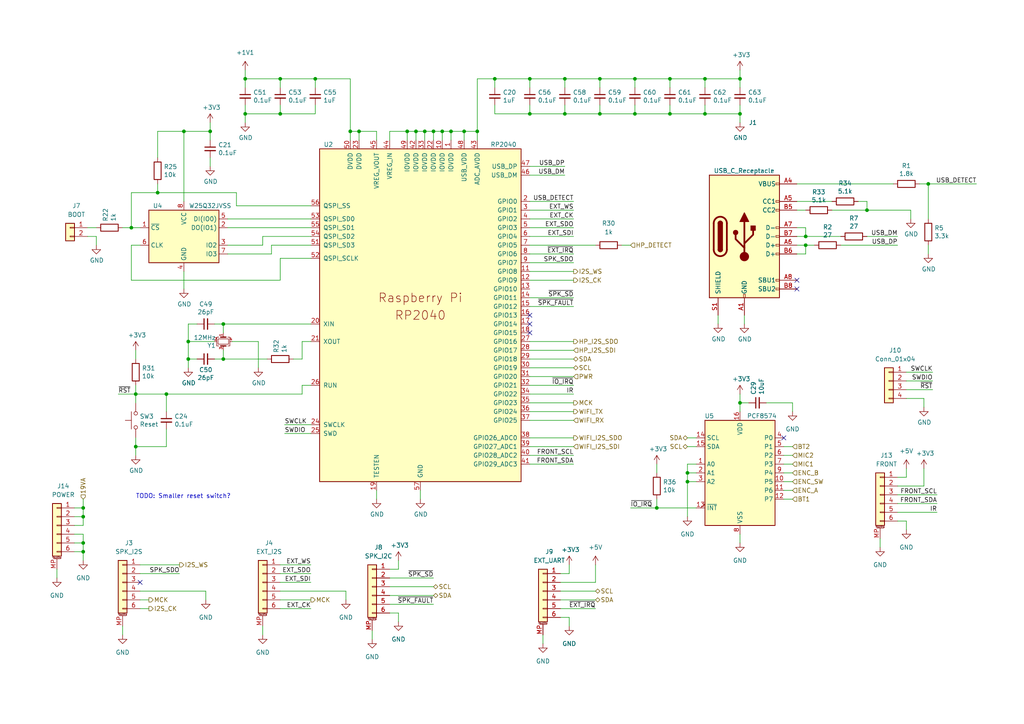
<source format=kicad_sch>
(kicad_sch (version 20210621) (generator eeschema)
  (paper "A4")
  (lib_symbols
    (symbol "Connector:USB_C_Receptacle_USB2.0" (pin_names (offset 1.016))
      (property "Reference" "J" (at -10.16 19.05 0))
      (property "Value" "USB_C_Receptacle_USB2.0" (at 19.05 19.05 0))
      (symbol "USB_C_Receptacle_USB2.0_1_1"
        (pin passive line (at 0 -22.86 90) (length 5.08) (name "GND") (number "A1"))
        (pin passive line (at 0 -22.86 90) (length 5.08) hide (name "GND") (number "A12"))
        (pin passive line (at 15.24 15.24 180) (length 5.08) (name "VBUS") (number "A4"))
        (pin bidirectional line (at 15.24 10.16 180) (length 5.08) (name "CC1") (number "A5"))
        (pin bidirectional line (at 15.24 -2.54 180) (length 5.08) (name "D+") (number "A6"))
        (pin bidirectional line (at 15.24 2.54 180) (length 5.08) (name "D-") (number "A7"))
        (pin bidirectional line (at 15.24 -12.7 180) (length 5.08) (name "SBU1") (number "A8"))
        (pin passive line (at 15.24 15.24 180) (length 5.08) hide (name "VBUS") (number "A9"))
        (pin passive line (at 0 -22.86 90) (length 5.08) hide (name "GND") (number "B1"))
        (pin passive line (at 0 -22.86 90) (length 5.08) hide (name "GND") (number "B12"))
        (pin passive line (at 15.24 15.24 180) (length 5.08) hide (name "VBUS") (number "B4"))
        (pin bidirectional line (at 15.24 7.62 180) (length 5.08) (name "CC2") (number "B5"))
        (pin bidirectional line (at 15.24 -5.08 180) (length 5.08) (name "D+") (number "B6"))
        (pin bidirectional line (at 15.24 0 180) (length 5.08) (name "D-") (number "B7"))
        (pin bidirectional line (at 15.24 -15.24 180) (length 5.08) (name "SBU2") (number "B8"))
        (pin passive line (at 15.24 15.24 180) (length 5.08) hide (name "VBUS") (number "B9"))
        (pin passive line (at -7.62 -22.86 90) (length 5.08) (name "SHIELD") (number "S1"))
      )
    )
    (symbol "Connector_Generic:Conn_01x02" (pin_names (offset 1.016) hide)
      (property "Reference" "J" (at 0 2.54 0))
      (property "Value" "Conn_01x02" (at 0 -5.08 0))
      (symbol "Conn_01x02_1_1"
        (pin passive line (at -5.08 0 0) (length 3.81) (name "Pin_1") (number "1"))
        (pin passive line (at -5.08 -2.54 0) (length 3.81) (name "Pin_2") (number "2"))
      )
    )
    (symbol "Connector_Generic:Conn_01x04" (pin_names (offset 1.016) hide)
      (property "Reference" "J" (at 0 5.08 0))
      (property "Value" "Conn_01x04" (at 0 -7.62 0))
      (symbol "Conn_01x04_1_1"
        (pin passive line (at -5.08 2.54 0) (length 3.81) (name "Pin_1") (number "1"))
        (pin passive line (at -5.08 0 0) (length 3.81) (name "Pin_2") (number "2"))
        (pin passive line (at -5.08 -2.54 0) (length 3.81) (name "Pin_3") (number "3"))
        (pin passive line (at -5.08 -5.08 0) (length 3.81) (name "Pin_4") (number "4"))
      )
    )
    (symbol "Connector_Generic_MountingPin:Conn_01x06_MountingPin" (pin_names (offset 1.016) hide)
      (property "Reference" "J" (at 0 7.62 0))
      (property "Value" "Conn_01x06_MountingPin" (at 1.27 -10.16 0))
      (symbol "Conn_01x06_MountingPin_1_1"
        (text "Mounting" (at 0 -9.271 0) (effects (font (size 0.381 0.381))))
        (pin passive line (at -5.08 5.08 0) (length 3.81) (name "Pin_1") (number "1"))
        (pin passive line (at -5.08 2.54 0) (length 3.81) (name "Pin_2") (number "2"))
        (pin passive line (at -5.08 0 0) (length 3.81) (name "Pin_3") (number "3"))
        (pin passive line (at -5.08 -2.54 0) (length 3.81) (name "Pin_4") (number "4"))
        (pin passive line (at -5.08 -5.08 0) (length 3.81) (name "Pin_5") (number "5"))
        (pin passive line (at -5.08 -7.62 0) (length 3.81) (name "Pin_6") (number "6"))
        (pin passive line (at 0 -12.7 90) (length 3.048) (name "MountPin") (number "MP"))
      )
    )
    (symbol "Device:C_Small" (pin_numbers hide) (pin_names (offset 0.254) hide)
      (property "Reference" "C" (at 0.254 1.778 0))
      (property "Value" "C_Small" (at 0.254 -2.032 0))
      (symbol "C_Small_1_1"
        (pin passive line (at 0 2.54 270) (length 2.032) (name "~") (number "1"))
        (pin passive line (at 0 -2.54 90) (length 2.032) (name "~") (number "2"))
      )
    )
    (symbol "Device:Crystal_GND24_Small" (pin_names (offset 1.016) hide)
      (property "Reference" "Y" (at 1.27 4.445 0))
      (property "Value" "Crystal_GND24_Small" (at 1.27 2.54 0))
      (symbol "Crystal_GND24_Small_1_1"
        (pin passive line (at -2.54 0 0) (length 1.27) (name "1") (number "1"))
        (pin passive line (at 0 -2.54 90) (length 0.635) (name "2") (number "2"))
        (pin passive line (at 2.54 0 180) (length 1.27) (name "3") (number "3"))
        (pin passive line (at 0 2.54 270) (length 0.635) (name "4") (number "4"))
      )
    )
    (symbol "Device:R" (pin_numbers hide) (pin_names (offset 0))
      (property "Reference" "R" (at 2.032 0 90))
      (property "Value" "R" (at 0 0 90))
      (symbol "R_1_1"
        (pin passive line (at 0 3.81 270) (length 1.27) (name "~") (number "1"))
        (pin passive line (at 0 -3.81 90) (length 1.27) (name "~") (number "2"))
      )
    )
    (symbol "Interface_Expansion:PCF8574"
      (property "Reference" "U" (at -8.89 16.51 0))
      (property "Value" "PCF8574" (at 2.54 16.51 0))
      (symbol "PCF8574_1_1"
        (pin input line (at -12.7 2.54 0) (length 2.54) (name "A0") (number "1"))
        (pin bidirectional line (at 12.7 -2.54 180) (length 2.54) (name "P5") (number "10"))
        (pin bidirectional line (at 12.7 -5.08 180) (length 2.54) (name "P6") (number "11"))
        (pin bidirectional line (at 12.7 -7.62 180) (length 2.54) (name "P7") (number "12"))
        (pin open_collector output_low (at -12.7 -10.16 0) (length 2.54) (name "~{INT}") (number "13"))
        (pin input line (at -12.7 10.16 0) (length 2.54) (name "SCL") (number "14"))
        (pin bidirectional line (at -12.7 7.62 0) (length 2.54) (name "SDA") (number "15"))
        (pin power_in line (at 0 17.78 270) (length 2.54) (name "VDD") (number "16"))
        (pin input line (at -12.7 0 0) (length 2.54) (name "A1") (number "2"))
        (pin input line (at -12.7 -2.54 0) (length 2.54) (name "A2") (number "3"))
        (pin bidirectional line (at 12.7 10.16 180) (length 2.54) (name "P0") (number "4"))
        (pin bidirectional line (at 12.7 7.62 180) (length 2.54) (name "P1") (number "5"))
        (pin bidirectional line (at 12.7 5.08 180) (length 2.54) (name "P2") (number "6"))
        (pin bidirectional line (at 12.7 2.54 180) (length 2.54) (name "P3") (number "7"))
        (pin power_in line (at 0 -17.78 90) (length 2.54) (name "VSS") (number "8"))
        (pin bidirectional line (at 12.7 0 180) (length 2.54) (name "P4") (number "9"))
      )
    )
    (symbol "MCU_RaspberryPi_and_Boards:RP2040" (pin_names (offset 1.016))
      (property "Reference" "U" (at -29.21 49.53 0))
      (property "Value" "RP2040" (at 24.13 -49.53 0))
      (symbol "RP2040_0_0"
        (text "Raspberry Pi" (at 0 5.08 0) (effects (font (size 2.54 2.54))))
        (text "RP2040" (at 0 0 0) (effects (font (size 2.54 2.54))))
      )
      (symbol "RP2040_1_1"
        (pin power_in line (at 8.89 50.8 270) (length 2.54) (name "IOVDD") (number "1"))
        (pin power_in line (at 6.35 50.8 270) (length 2.54) (name "IOVDD") (number "10"))
        (pin bidirectional line (at 31.75 12.7 180) (length 2.54) (name "GPIO8") (number "11"))
        (pin bidirectional line (at 31.75 10.16 180) (length 2.54) (name "GPIO9") (number "12"))
        (pin bidirectional line (at 31.75 7.62 180) (length 2.54) (name "GPIO10") (number "13"))
        (pin bidirectional line (at 31.75 5.08 180) (length 2.54) (name "GPIO11") (number "14"))
        (pin bidirectional line (at 31.75 2.54 180) (length 2.54) (name "GPIO12") (number "15"))
        (pin bidirectional line (at 31.75 0 180) (length 2.54) (name "GPIO13") (number "16"))
        (pin bidirectional line (at 31.75 -2.54 180) (length 2.54) (name "GPIO14") (number "17"))
        (pin bidirectional line (at 31.75 -5.08 180) (length 2.54) (name "GPIO15") (number "18"))
        (pin passive line (at -12.7 -50.8 90) (length 2.54) (name "TESTEN") (number "19"))
        (pin bidirectional line (at 31.75 33.02 180) (length 2.54) (name "GPIO0") (number "2"))
        (pin input line (at -31.75 -2.54 0) (length 2.54) (name "XIN") (number "20"))
        (pin passive line (at -31.75 -7.62 0) (length 2.54) (name "XOUT") (number "21"))
        (pin power_in line (at 3.81 50.8 270) (length 2.54) (name "IOVDD") (number "22"))
        (pin power_in line (at -17.78 50.8 270) (length 2.54) (name "DVDD") (number "23"))
        (pin output line (at -31.75 -31.75 0) (length 2.54) (name "SWCLK") (number "24"))
        (pin bidirectional line (at -31.75 -34.29 0) (length 2.54) (name "SWD") (number "25"))
        (pin input line (at -31.75 -20.32 0) (length 2.54) (name "RUN") (number "26"))
        (pin bidirectional line (at 31.75 -7.62 180) (length 2.54) (name "GPIO16") (number "27"))
        (pin bidirectional line (at 31.75 -10.16 180) (length 2.54) (name "GPIO17") (number "28"))
        (pin bidirectional line (at 31.75 -12.7 180) (length 2.54) (name "GPIO18") (number "29"))
        (pin bidirectional line (at 31.75 30.48 180) (length 2.54) (name "GPIO1") (number "3"))
        (pin bidirectional line (at 31.75 -15.24 180) (length 2.54) (name "GPIO19") (number "30"))
        (pin bidirectional line (at 31.75 -17.78 180) (length 2.54) (name "GPIO20") (number "31"))
        (pin bidirectional line (at 31.75 -20.32 180) (length 2.54) (name "GPIO21") (number "32"))
        (pin power_in line (at 1.27 50.8 270) (length 2.54) (name "IOVDD") (number "33"))
        (pin bidirectional line (at 31.75 -22.86 180) (length 2.54) (name "GPIO22") (number "34"))
        (pin bidirectional line (at 31.75 -25.4 180) (length 2.54) (name "GPIO23") (number "35"))
        (pin bidirectional line (at 31.75 -27.94 180) (length 2.54) (name "GPIO24") (number "36"))
        (pin bidirectional line (at 31.75 -30.48 180) (length 2.54) (name "GPIO25") (number "37"))
        (pin bidirectional line (at 31.75 -35.56 180) (length 2.54) (name "GPIO26_ADC0") (number "38"))
        (pin bidirectional line (at 31.75 -38.1 180) (length 2.54) (name "GPIO27_ADC1") (number "39"))
        (pin bidirectional line (at 31.75 27.94 180) (length 2.54) (name "GPIO2") (number "4"))
        (pin bidirectional line (at 31.75 -40.64 180) (length 2.54) (name "GPIO28_ADC2") (number "40"))
        (pin bidirectional line (at 31.75 -43.18 180) (length 2.54) (name "GPIO29_ADC3") (number "41"))
        (pin power_in line (at -1.27 50.8 270) (length 2.54) (name "IOVDD") (number "42"))
        (pin power_in line (at 16.51 50.8 270) (length 2.54) (name "ADC_AVDD") (number "43"))
        (pin power_in line (at -8.89 50.8 270) (length 2.54) (name "VREG_IN") (number "44"))
        (pin power_out line (at -12.7 50.8 270) (length 2.54) (name "VREG_VOUT") (number "45"))
        (pin bidirectional line (at 31.75 40.64 180) (length 2.54) (name "USB_DM") (number "46"))
        (pin bidirectional line (at 31.75 43.18 180) (length 2.54) (name "USB_DP") (number "47"))
        (pin power_in line (at 12.7 50.8 270) (length 2.54) (name "USB_VDD") (number "48"))
        (pin power_in line (at -3.81 50.8 270) (length 2.54) (name "IOVDD") (number "49"))
        (pin bidirectional line (at 31.75 25.4 180) (length 2.54) (name "GPIO3") (number "5"))
        (pin power_in line (at -20.32 50.8 270) (length 2.54) (name "DVDD") (number "50"))
        (pin bidirectional line (at -31.75 20.32 0) (length 2.54) (name "QSPI_SD3") (number "51"))
        (pin output line (at -31.75 16.51 0) (length 2.54) (name "QSPI_SCLK") (number "52"))
        (pin bidirectional line (at -31.75 27.94 0) (length 2.54) (name "QSPI_SD0") (number "53"))
        (pin bidirectional line (at -31.75 22.86 0) (length 2.54) (name "QSPI_SD2") (number "54"))
        (pin bidirectional line (at -31.75 25.4 0) (length 2.54) (name "QSPI_SD1") (number "55"))
        (pin bidirectional line (at -31.75 31.75 0) (length 2.54) (name "QSPI_SS") (number "56"))
        (pin power_in line (at 0 -50.8 90) (length 2.54) (name "GND") (number "57"))
        (pin bidirectional line (at 31.75 22.86 180) (length 2.54) (name "GPIO4") (number "6"))
        (pin bidirectional line (at 31.75 20.32 180) (length 2.54) (name "GPIO5") (number "7"))
        (pin bidirectional line (at 31.75 17.78 180) (length 2.54) (name "GPIO6") (number "8"))
        (pin bidirectional line (at 31.75 15.24 180) (length 2.54) (name "GPIO7") (number "9"))
      )
    )
    (symbol "Memory_Flash:W25Q32JVSS"
      (property "Reference" "U" (at -8.89 8.89 0))
      (property "Value" "W25Q32JVSS" (at 7.62 8.89 0))
      (symbol "W25Q32JVSS_1_1"
        (pin input line (at -12.7 2.54 0) (length 2.54) (name "~{CS}") (number "1"))
        (pin bidirectional line (at 12.7 2.54 180) (length 2.54) (name "DO(IO1)") (number "2"))
        (pin bidirectional line (at 12.7 -2.54 180) (length 2.54) (name "IO2") (number "3"))
        (pin power_in line (at 0 -10.16 90) (length 2.54) (name "GND") (number "4"))
        (pin bidirectional line (at 12.7 5.08 180) (length 2.54) (name "DI(IO0)") (number "5"))
        (pin input line (at -12.7 -2.54 0) (length 2.54) (name "CLK") (number "6"))
        (pin bidirectional line (at 12.7 -5.08 180) (length 2.54) (name "IO3") (number "7"))
        (pin power_in line (at 0 10.16 270) (length 2.54) (name "VCC") (number "8"))
      )
    )
    (symbol "Switch:SW_Push" (pin_numbers hide) (pin_names (offset 1.016) hide)
      (property "Reference" "SW" (at 1.27 2.54 0))
      (property "Value" "SW_Push" (at 0 -1.524 0))
      (symbol "SW_Push_0_1"
        (pin passive line (at -5.08 0 0) (length 2.54) (name "1") (number "1"))
        (pin passive line (at 5.08 0 180) (length 2.54) (name "2") (number "2"))
      )
    )
    (symbol "power:+1V1" (power) (pin_names (offset 0))
      (property "Value" "+1V1" (at 0 3.556 0))
      (symbol "+1V1_1_1"
        (pin power_in line (at 0 0 90) (length 0) hide (name "+1V1") (number "1"))
      )
    )
    (symbol "power:+3.3V" (power) (pin_names (offset 0))
      (property "Value" "+3.3V" (at 0 3.556 0))
      (symbol "+3.3V_1_1"
        (pin power_in line (at 0 0 90) (length 0) hide (name "+3V3") (number "1"))
      )
    )
    (symbol "power:+5V" (power) (pin_names (offset 0))
      (property "Value" "+5V" (at 0 3.556 0))
      (symbol "+5V_1_1"
        (pin power_in line (at 0 0 90) (length 0) hide (name "+5V") (number "1"))
      )
    )
    (symbol "power:GND" (power) (pin_names (offset 0))
      (property "Value" "GND" (at 0 -3.81 0))
      (symbol "GND_1_1"
        (pin power_in line (at 0 0 270) (length 0) hide (name "GND") (number "1"))
      )
    )
  )
  (junction (at 24.13 147.32))
  (junction (at 24.13 149.86))
  (junction (at 24.13 157.48))
  (junction (at 24.13 160.02))
  (junction (at 38.1 66.04))
  (junction (at 39.37 114.3) (diameter 0.9144))
  (junction (at 39.37 129.54) (diameter 0.9144))
  (junction (at 45.72 55.88))
  (junction (at 48.26 114.3))
  (junction (at 53.34 38.1))
  (junction (at 54.61 99.06))
  (junction (at 54.61 104.14))
  (junction (at 60.96 38.1))
  (junction (at 64.77 93.98) (diameter 0.9144))
  (junction (at 64.77 104.14))
  (junction (at 71.12 22.86))
  (junction (at 71.12 33.02))
  (junction (at 81.28 22.86) (diameter 0.9144))
  (junction (at 81.28 33.02) (diameter 0.9144))
  (junction (at 91.44 22.86))
  (junction (at 101.6 38.1))
  (junction (at 104.14 38.1))
  (junction (at 118.11 38.1))
  (junction (at 120.65 38.1))
  (junction (at 123.19 38.1))
  (junction (at 125.73 38.1))
  (junction (at 128.27 38.1))
  (junction (at 130.81 38.1))
  (junction (at 134.62 38.1))
  (junction (at 138.43 38.1))
  (junction (at 143.51 22.86))
  (junction (at 153.67 22.86) (diameter 0.9144))
  (junction (at 153.67 33.02))
  (junction (at 163.83 22.86) (diameter 0.9144))
  (junction (at 163.83 33.02) (diameter 0.9144))
  (junction (at 173.99 22.86) (diameter 0.9144))
  (junction (at 173.99 33.02) (diameter 0.9144))
  (junction (at 184.15 22.86) (diameter 0.9144))
  (junction (at 184.15 33.02) (diameter 0.9144))
  (junction (at 190.5 147.32))
  (junction (at 194.31 22.86) (diameter 0.9144))
  (junction (at 194.31 33.02) (diameter 0.9144))
  (junction (at 199.39 137.16))
  (junction (at 199.39 139.7))
  (junction (at 204.47 22.86) (diameter 0.9144))
  (junction (at 204.47 33.02) (diameter 0.9144))
  (junction (at 214.63 22.86))
  (junction (at 214.63 33.02) (diameter 0.9144))
  (junction (at 214.63 116.84))
  (junction (at 233.68 68.58))
  (junction (at 233.68 71.12))
  (junction (at 251.46 60.96))
  (junction (at 269.24 53.34))
  (no_connect (at 40.64 168.91))
  (no_connect (at 153.67 91.44))
  (no_connect (at 153.67 93.98))
  (no_connect (at 153.67 96.52))
  (no_connect (at 227.33 127))
  (no_connect (at 231.14 81.28))
  (no_connect (at 231.14 83.82))
  (wire (pts (xy 16.51 165.1) (xy 16.51 167.64)))
  (wire (pts (xy 21.59 147.32) (xy 24.13 147.32)))
  (wire (pts (xy 21.59 149.86) (xy 24.13 149.86)))
  (wire (pts (xy 21.59 152.4) (xy 24.13 152.4)))
  (wire (pts (xy 21.59 154.94) (xy 24.13 154.94)))
  (wire (pts (xy 21.59 157.48) (xy 24.13 157.48)))
  (wire (pts (xy 24.13 144.78) (xy 24.13 147.32)))
  (wire (pts (xy 24.13 147.32) (xy 24.13 149.86)))
  (wire (pts (xy 24.13 149.86) (xy 24.13 152.4)))
  (wire (pts (xy 24.13 154.94) (xy 24.13 157.48)))
  (wire (pts (xy 24.13 157.48) (xy 24.13 160.02)))
  (wire (pts (xy 24.13 160.02) (xy 21.59 160.02)))
  (wire (pts (xy 24.13 162.56) (xy 24.13 160.02)))
  (wire (pts (xy 25.4 66.04) (xy 27.94 66.04)))
  (wire (pts (xy 27.94 68.58) (xy 25.4 68.58)))
  (wire (pts (xy 27.94 71.12) (xy 27.94 68.58)))
  (wire (pts (xy 34.29 114.3) (xy 39.37 114.3)))
  (wire (pts (xy 35.56 66.04) (xy 38.1 66.04)))
  (wire (pts (xy 35.56 181.61) (xy 35.56 184.15)))
  (wire (pts (xy 38.1 55.88) (xy 38.1 66.04)))
  (wire (pts (xy 38.1 66.04) (xy 40.64 66.04)))
  (wire (pts (xy 38.1 71.12) (xy 40.64 71.12)))
  (wire (pts (xy 38.1 81.28) (xy 38.1 71.12)))
  (wire (pts (xy 39.37 101.6) (xy 39.37 104.14)))
  (wire (pts (xy 39.37 111.76) (xy 39.37 114.3)))
  (wire (pts (xy 39.37 114.3) (xy 39.37 116.84)))
  (wire (pts (xy 39.37 127) (xy 39.37 129.54)))
  (wire (pts (xy 39.37 129.54) (xy 48.26 129.54)))
  (wire (pts (xy 39.37 132.08) (xy 39.37 129.54)))
  (wire (pts (xy 40.64 163.83) (xy 52.07 163.83)))
  (wire (pts (xy 40.64 166.37) (xy 52.07 166.37)))
  (wire (pts (xy 40.64 171.45) (xy 59.69 171.45)))
  (wire (pts (xy 40.64 173.99) (xy 43.18 173.99)))
  (wire (pts (xy 40.64 176.53) (xy 43.18 176.53)))
  (wire (pts (xy 45.72 38.1) (xy 53.34 38.1)))
  (wire (pts (xy 45.72 45.72) (xy 45.72 38.1)))
  (wire (pts (xy 45.72 53.34) (xy 45.72 55.88)))
  (wire (pts (xy 45.72 55.88) (xy 38.1 55.88)))
  (wire (pts (xy 48.26 114.3) (xy 39.37 114.3)))
  (wire (pts (xy 48.26 114.3) (xy 87.63 114.3)))
  (wire (pts (xy 48.26 119.38) (xy 48.26 114.3)))
  (wire (pts (xy 48.26 129.54) (xy 48.26 124.46)))
  (wire (pts (xy 53.34 38.1) (xy 60.96 38.1)))
  (wire (pts (xy 53.34 58.42) (xy 53.34 38.1)))
  (wire (pts (xy 53.34 78.74) (xy 53.34 83.82)))
  (wire (pts (xy 54.61 93.98) (xy 54.61 99.06)))
  (wire (pts (xy 54.61 93.98) (xy 57.15 93.98)))
  (wire (pts (xy 54.61 99.06) (xy 54.61 104.14)))
  (wire (pts (xy 54.61 99.06) (xy 62.23 99.06)))
  (wire (pts (xy 54.61 104.14) (xy 54.61 106.68)))
  (wire (pts (xy 54.61 104.14) (xy 57.15 104.14)))
  (wire (pts (xy 59.69 173.99) (xy 59.69 171.45)))
  (wire (pts (xy 60.96 35.56) (xy 60.96 38.1)))
  (wire (pts (xy 60.96 38.1) (xy 60.96 40.64)))
  (wire (pts (xy 60.96 45.72) (xy 60.96 48.26)))
  (wire (pts (xy 62.23 93.98) (xy 64.77 93.98)))
  (wire (pts (xy 62.23 104.14) (xy 64.77 104.14)))
  (wire (pts (xy 64.77 93.98) (xy 64.77 96.52)))
  (wire (pts (xy 64.77 93.98) (xy 90.17 93.98)))
  (wire (pts (xy 64.77 101.6) (xy 64.77 104.14)))
  (wire (pts (xy 64.77 104.14) (xy 77.47 104.14)))
  (wire (pts (xy 66.04 63.5) (xy 90.17 63.5)))
  (wire (pts (xy 66.04 66.04) (xy 90.17 66.04)))
  (wire (pts (xy 66.04 73.66) (xy 78.74 73.66)))
  (wire (pts (xy 68.58 55.88) (xy 45.72 55.88)))
  (wire (pts (xy 68.58 59.69) (xy 68.58 55.88)))
  (wire (pts (xy 71.12 20.32) (xy 71.12 22.86)))
  (wire (pts (xy 71.12 22.86) (xy 71.12 25.4)))
  (wire (pts (xy 71.12 22.86) (xy 81.28 22.86)))
  (wire (pts (xy 71.12 30.48) (xy 71.12 33.02)))
  (wire (pts (xy 71.12 33.02) (xy 71.12 35.56)))
  (wire (pts (xy 74.93 99.06) (xy 67.31 99.06)))
  (wire (pts (xy 74.93 106.68) (xy 74.93 99.06)))
  (wire (pts (xy 76.2 68.58) (xy 76.2 71.12)))
  (wire (pts (xy 76.2 71.12) (xy 66.04 71.12)))
  (wire (pts (xy 76.2 181.61) (xy 76.2 184.15)))
  (wire (pts (xy 78.74 71.12) (xy 90.17 71.12)))
  (wire (pts (xy 78.74 73.66) (xy 78.74 71.12)))
  (wire (pts (xy 81.28 22.86) (xy 81.28 25.4)))
  (wire (pts (xy 81.28 22.86) (xy 91.44 22.86)))
  (wire (pts (xy 81.28 30.48) (xy 81.28 33.02)))
  (wire (pts (xy 81.28 33.02) (xy 71.12 33.02)))
  (wire (pts (xy 81.28 74.93) (xy 81.28 81.28)))
  (wire (pts (xy 81.28 81.28) (xy 38.1 81.28)))
  (wire (pts (xy 81.28 163.83) (xy 90.17 163.83)))
  (wire (pts (xy 81.28 166.37) (xy 90.17 166.37)))
  (wire (pts (xy 81.28 168.91) (xy 90.17 168.91)))
  (wire (pts (xy 81.28 171.45) (xy 100.33 171.45)))
  (wire (pts (xy 81.28 173.99) (xy 90.17 173.99)))
  (wire (pts (xy 81.28 176.53) (xy 90.17 176.53)))
  (wire (pts (xy 87.63 99.06) (xy 87.63 104.14)))
  (wire (pts (xy 87.63 104.14) (xy 85.09 104.14)))
  (wire (pts (xy 87.63 111.76) (xy 90.17 111.76)))
  (wire (pts (xy 87.63 114.3) (xy 87.63 111.76)))
  (wire (pts (xy 90.17 59.69) (xy 68.58 59.69)))
  (wire (pts (xy 90.17 68.58) (xy 76.2 68.58)))
  (wire (pts (xy 90.17 74.93) (xy 81.28 74.93)))
  (wire (pts (xy 90.17 99.06) (xy 87.63 99.06)))
  (wire (pts (xy 90.17 123.19) (xy 82.55 123.19)))
  (wire (pts (xy 90.17 125.73) (xy 82.55 125.73)))
  (wire (pts (xy 91.44 22.86) (xy 91.44 25.4)))
  (wire (pts (xy 91.44 30.48) (xy 91.44 33.02)))
  (wire (pts (xy 91.44 33.02) (xy 81.28 33.02)))
  (wire (pts (xy 100.33 173.99) (xy 100.33 171.45)))
  (wire (pts (xy 101.6 22.86) (xy 91.44 22.86)))
  (wire (pts (xy 101.6 38.1) (xy 101.6 22.86)))
  (wire (pts (xy 101.6 38.1) (xy 101.6 40.64)))
  (wire (pts (xy 104.14 38.1) (xy 101.6 38.1)))
  (wire (pts (xy 104.14 38.1) (xy 104.14 40.64)))
  (wire (pts (xy 107.95 182.88) (xy 107.95 185.42)))
  (wire (pts (xy 109.22 38.1) (xy 104.14 38.1)))
  (wire (pts (xy 109.22 40.64) (xy 109.22 38.1)))
  (wire (pts (xy 109.22 144.78) (xy 109.22 142.24)))
  (wire (pts (xy 113.03 38.1) (xy 118.11 38.1)))
  (wire (pts (xy 113.03 40.64) (xy 113.03 38.1)))
  (wire (pts (xy 113.03 165.1) (xy 115.57 165.1)))
  (wire (pts (xy 113.03 167.64) (xy 125.73 167.64)))
  (wire (pts (xy 113.03 170.18) (xy 125.73 170.18)))
  (wire (pts (xy 113.03 172.72) (xy 125.73 172.72)))
  (wire (pts (xy 113.03 175.26) (xy 125.73 175.26)))
  (wire (pts (xy 113.03 177.8) (xy 115.57 177.8)))
  (wire (pts (xy 115.57 165.1) (xy 115.57 162.56)))
  (wire (pts (xy 115.57 177.8) (xy 115.57 180.34)))
  (wire (pts (xy 118.11 38.1) (xy 118.11 40.64)))
  (wire (pts (xy 118.11 38.1) (xy 120.65 38.1)))
  (wire (pts (xy 120.65 38.1) (xy 120.65 40.64)))
  (wire (pts (xy 120.65 38.1) (xy 123.19 38.1)))
  (wire (pts (xy 121.92 142.24) (xy 121.92 144.78)))
  (wire (pts (xy 123.19 38.1) (xy 123.19 40.64)))
  (wire (pts (xy 123.19 38.1) (xy 125.73 38.1)))
  (wire (pts (xy 125.73 38.1) (xy 125.73 40.64)))
  (wire (pts (xy 125.73 38.1) (xy 128.27 38.1)))
  (wire (pts (xy 128.27 38.1) (xy 128.27 40.64)))
  (wire (pts (xy 128.27 38.1) (xy 130.81 38.1)))
  (wire (pts (xy 130.81 38.1) (xy 130.81 40.64)))
  (wire (pts (xy 130.81 38.1) (xy 134.62 38.1)))
  (wire (pts (xy 134.62 38.1) (xy 134.62 40.64)))
  (wire (pts (xy 134.62 38.1) (xy 138.43 38.1)))
  (wire (pts (xy 138.43 22.86) (xy 143.51 22.86)))
  (wire (pts (xy 138.43 38.1) (xy 138.43 22.86)))
  (wire (pts (xy 138.43 40.64) (xy 138.43 38.1)))
  (wire (pts (xy 143.51 22.86) (xy 143.51 25.4)))
  (wire (pts (xy 143.51 22.86) (xy 153.67 22.86)))
  (wire (pts (xy 143.51 30.48) (xy 143.51 33.02)))
  (wire (pts (xy 143.51 33.02) (xy 153.67 33.02)))
  (wire (pts (xy 153.67 22.86) (xy 153.67 25.4)))
  (wire (pts (xy 153.67 22.86) (xy 163.83 22.86)))
  (wire (pts (xy 153.67 30.48) (xy 153.67 33.02)))
  (wire (pts (xy 153.67 48.26) (xy 163.83 48.26)))
  (wire (pts (xy 153.67 50.8) (xy 163.83 50.8)))
  (wire (pts (xy 153.67 58.42) (xy 166.37 58.42)))
  (wire (pts (xy 153.67 60.96) (xy 166.37 60.96)))
  (wire (pts (xy 153.67 63.5) (xy 166.37 63.5)))
  (wire (pts (xy 153.67 66.04) (xy 166.37 66.04)))
  (wire (pts (xy 153.67 68.58) (xy 166.37 68.58)))
  (wire (pts (xy 153.67 73.66) (xy 166.37 73.66)))
  (wire (pts (xy 153.67 76.2) (xy 166.37 76.2)))
  (wire (pts (xy 153.67 81.28) (xy 166.37 81.28)))
  (wire (pts (xy 153.67 86.36) (xy 166.37 86.36)))
  (wire (pts (xy 153.67 88.9) (xy 166.37 88.9)))
  (wire (pts (xy 153.67 99.06) (xy 166.37 99.06)))
  (wire (pts (xy 153.67 104.14) (xy 166.37 104.14)))
  (wire (pts (xy 153.67 106.68) (xy 166.37 106.68)))
  (wire (pts (xy 153.67 109.22) (xy 166.37 109.22)))
  (wire (pts (xy 153.67 111.76) (xy 166.37 111.76)))
  (wire (pts (xy 153.67 114.3) (xy 166.37 114.3)))
  (wire (pts (xy 153.67 116.84) (xy 166.37 116.84)))
  (wire (pts (xy 153.67 119.38) (xy 166.37 119.38)))
  (wire (pts (xy 153.67 121.92) (xy 166.37 121.92)))
  (wire (pts (xy 153.67 127) (xy 166.37 127)))
  (wire (pts (xy 153.67 129.54) (xy 166.37 129.54)))
  (wire (pts (xy 153.67 132.08) (xy 166.37 132.08)))
  (wire (pts (xy 153.67 134.62) (xy 166.37 134.62)))
  (wire (pts (xy 157.48 184.15) (xy 157.48 186.69)))
  (wire (pts (xy 162.56 166.37) (xy 165.1 166.37)))
  (wire (pts (xy 162.56 168.91) (xy 172.72 168.91)))
  (wire (pts (xy 162.56 171.45) (xy 172.72 171.45)))
  (wire (pts (xy 162.56 173.99) (xy 172.72 173.99)))
  (wire (pts (xy 162.56 176.53) (xy 172.72 176.53)))
  (wire (pts (xy 162.56 179.07) (xy 165.1 179.07)))
  (wire (pts (xy 163.83 22.86) (xy 163.83 25.4)))
  (wire (pts (xy 163.83 22.86) (xy 173.99 22.86)))
  (wire (pts (xy 163.83 30.48) (xy 163.83 33.02)))
  (wire (pts (xy 163.83 33.02) (xy 153.67 33.02)))
  (wire (pts (xy 165.1 166.37) (xy 165.1 163.83)))
  (wire (pts (xy 165.1 179.07) (xy 165.1 181.61)))
  (wire (pts (xy 166.37 78.74) (xy 153.67 78.74)))
  (wire (pts (xy 166.37 101.6) (xy 153.67 101.6)))
  (wire (pts (xy 172.72 71.12) (xy 153.67 71.12)))
  (wire (pts (xy 172.72 168.91) (xy 172.72 163.83)))
  (wire (pts (xy 173.99 22.86) (xy 173.99 25.4)))
  (wire (pts (xy 173.99 22.86) (xy 184.15 22.86)))
  (wire (pts (xy 173.99 30.48) (xy 173.99 33.02)))
  (wire (pts (xy 173.99 33.02) (xy 163.83 33.02)))
  (wire (pts (xy 182.88 71.12) (xy 180.34 71.12)))
  (wire (pts (xy 182.88 147.32) (xy 190.5 147.32)))
  (wire (pts (xy 184.15 22.86) (xy 184.15 25.4)))
  (wire (pts (xy 184.15 22.86) (xy 194.31 22.86)))
  (wire (pts (xy 184.15 30.48) (xy 184.15 33.02)))
  (wire (pts (xy 184.15 33.02) (xy 173.99 33.02)))
  (wire (pts (xy 190.5 134.62) (xy 190.5 137.16)))
  (wire (pts (xy 190.5 147.32) (xy 190.5 144.78)))
  (wire (pts (xy 194.31 22.86) (xy 194.31 25.4)))
  (wire (pts (xy 194.31 22.86) (xy 204.47 22.86)))
  (wire (pts (xy 194.31 30.48) (xy 194.31 33.02)))
  (wire (pts (xy 194.31 33.02) (xy 184.15 33.02)))
  (wire (pts (xy 199.39 127) (xy 201.93 127)))
  (wire (pts (xy 199.39 129.54) (xy 201.93 129.54)))
  (wire (pts (xy 199.39 134.62) (xy 199.39 137.16)))
  (wire (pts (xy 199.39 137.16) (xy 199.39 139.7)))
  (wire (pts (xy 199.39 139.7) (xy 199.39 149.86)))
  (wire (pts (xy 201.93 134.62) (xy 199.39 134.62)))
  (wire (pts (xy 201.93 137.16) (xy 199.39 137.16)))
  (wire (pts (xy 201.93 139.7) (xy 199.39 139.7)))
  (wire (pts (xy 201.93 147.32) (xy 190.5 147.32)))
  (wire (pts (xy 204.47 22.86) (xy 204.47 25.4)))
  (wire (pts (xy 204.47 22.86) (xy 214.63 22.86)))
  (wire (pts (xy 204.47 30.48) (xy 204.47 33.02)))
  (wire (pts (xy 204.47 33.02) (xy 194.31 33.02)))
  (wire (pts (xy 208.28 91.44) (xy 208.28 93.9393)))
  (wire (pts (xy 214.63 20.32) (xy 214.63 22.86)))
  (wire (pts (xy 214.63 22.86) (xy 214.63 25.4)))
  (wire (pts (xy 214.63 30.48) (xy 214.63 33.02)))
  (wire (pts (xy 214.63 33.02) (xy 204.47 33.02)))
  (wire (pts (xy 214.63 33.02) (xy 214.63 35.56)))
  (wire (pts (xy 214.63 114.3) (xy 214.63 116.84)))
  (wire (pts (xy 214.63 116.84) (xy 214.63 119.38)))
  (wire (pts (xy 214.63 116.84) (xy 217.17 116.84)))
  (wire (pts (xy 214.63 154.94) (xy 214.63 157.48)))
  (wire (pts (xy 215.9 91.44) (xy 215.9 93.98)))
  (wire (pts (xy 227.33 129.54) (xy 229.87 129.54)))
  (wire (pts (xy 227.33 132.08) (xy 229.87 132.08)))
  (wire (pts (xy 227.33 134.62) (xy 229.87 134.62)))
  (wire (pts (xy 227.33 137.16) (xy 229.87 137.16)))
  (wire (pts (xy 227.33 139.7) (xy 229.87 139.7)))
  (wire (pts (xy 227.33 142.24) (xy 229.87 142.24)))
  (wire (pts (xy 227.33 144.78) (xy 229.87 144.78)))
  (wire (pts (xy 229.87 116.84) (xy 222.25 116.84)))
  (wire (pts (xy 229.87 119.38) (xy 229.87 116.84)))
  (wire (pts (xy 231.14 53.34) (xy 259.08 53.34)))
  (wire (pts (xy 231.14 58.42) (xy 241.3 58.42)))
  (wire (pts (xy 231.14 60.96) (xy 233.68 60.96)))
  (wire (pts (xy 231.14 66.04) (xy 233.68 66.04)))
  (wire (pts (xy 231.14 68.58) (xy 233.68 68.58)))
  (wire (pts (xy 231.14 71.12) (xy 233.68 71.12)))
  (wire (pts (xy 231.14 73.66) (xy 233.68 73.66)))
  (wire (pts (xy 233.68 66.04) (xy 233.68 68.58)))
  (wire (pts (xy 233.68 71.12) (xy 236.22 71.12)))
  (wire (pts (xy 233.68 73.66) (xy 233.68 71.12)))
  (wire (pts (xy 241.3 60.96) (xy 251.46 60.96)))
  (wire (pts (xy 243.84 68.58) (xy 233.68 68.58)))
  (wire (pts (xy 243.84 71.12) (xy 260.35 71.12)))
  (wire (pts (xy 248.92 58.42) (xy 251.46 58.42)))
  (wire (pts (xy 251.46 58.42) (xy 251.46 60.96)))
  (wire (pts (xy 251.46 60.96) (xy 264.16 60.96)))
  (wire (pts (xy 251.46 68.58) (xy 260.35 68.58)))
  (wire (pts (xy 255.27 156.21) (xy 255.27 158.75)))
  (wire (pts (xy 260.35 138.43) (xy 262.89 138.43)))
  (wire (pts (xy 260.35 143.51) (xy 271.78 143.51)))
  (wire (pts (xy 260.35 146.05) (xy 271.78 146.05)))
  (wire (pts (xy 260.35 148.59) (xy 271.78 148.59)))
  (wire (pts (xy 260.35 151.13) (xy 262.89 151.13)))
  (wire (pts (xy 262.89 107.95) (xy 270.51 107.95)))
  (wire (pts (xy 262.89 110.49) (xy 270.51 110.49)))
  (wire (pts (xy 262.89 138.43) (xy 262.89 135.89)))
  (wire (pts (xy 262.89 151.13) (xy 262.89 153.67)))
  (wire (pts (xy 264.16 63.5) (xy 264.16 60.96)))
  (wire (pts (xy 266.7 53.34) (xy 269.24 53.34)))
  (wire (pts (xy 267.97 115.57) (xy 262.89 115.57)))
  (wire (pts (xy 267.97 118.11) (xy 267.97 115.57)))
  (wire (pts (xy 267.97 135.89) (xy 267.97 140.97)))
  (wire (pts (xy 267.97 140.97) (xy 260.35 140.97)))
  (wire (pts (xy 269.24 53.34) (xy 283.21 53.34)))
  (wire (pts (xy 269.24 63.5) (xy 269.24 53.34)))
  (wire (pts (xy 269.24 71.12) (xy 269.24 73.66)))
  (wire (pts (xy 270.51 113.03) (xy 262.89 113.03)))
  (text "TODO: Smaller reset switch?" (at 39.37 144.78 0) (effects (font (size 1.27 1.27)) (justify left bottom)))
  (label "~{RST}" (at 34.29 114.3 0))
  (label "SPK_SDO" (at 52.07 166.37 180))
  (label "SWCLK" (at 82.55 123.19 0))
  (label "SWDIO" (at 82.55 125.73 0))
  (label "EXT_WS" (at 90.17 163.83 180))
  (label "EXT_SDO" (at 90.17 166.37 180))
  (label "EXT_SDI" (at 90.17 168.91 180))
  (label "EXT_CK" (at 90.17 176.53 180))
  (label "~{SPK_SD}" (at 125.73 167.64 180))
  (label "~{SPK_FAULT}" (at 125.73 175.26 180))
  (label "USB_DP" (at 163.83 48.26 180))
  (label "USB_DM" (at 163.83 50.8 180))
  (label "USB_DETECT" (at 166.37 58.42 180))
  (label "EXT_WS" (at 166.37 60.96 180))
  (label "EXT_CK" (at 166.37 63.5 180))
  (label "EXT_SDO" (at 166.37 66.04 180))
  (label "EXT_SDI" (at 166.37 68.58 180))
  (label "~{EXT_IRQ}" (at 166.37 73.66 180))
  (label "SPK_SDO" (at 166.37 76.2 180))
  (label "~{SPK_SD}" (at 166.37 86.36 180))
  (label "~{SPK_FAULT}" (at 166.37 88.9 180))
  (label "~{IO_IRQ}" (at 166.37 111.76 180))
  (label "IR" (at 166.37 114.3 180))
  (label "FRONT_SCL" (at 166.37 132.08 180))
  (label "FRONT_SDA" (at 166.37 134.62 180))
  (label "~{EXT_IRQ}" (at 172.72 176.53 180))
  (label "~{IO_IRQ}" (at 182.88 147.32 0))
  (label "USB_DM" (at 260.35 68.58 180))
  (label "USB_DP" (at 260.35 71.12 180))
  (label "SWCLK" (at 270.51 107.95 180))
  (label "SWDIO" (at 270.51 110.49 180))
  (label "~{RST}" (at 270.51 113.03 180))
  (label "FRONT_SCL" (at 271.78 143.51 180))
  (label "FRONT_SDA" (at 271.78 146.05 180))
  (label "IR" (at 271.78 148.59 180))
  (label "USB_DETECT" (at 283.21 53.34 180))
  (hierarchical_label "19VA" (shape input) (at 24.13 144.78 90))
  (hierarchical_label "MCK" (shape output) (at 43.18 173.99 0))
  (hierarchical_label "I2S_CK" (shape output) (at 43.18 176.53 0))
  (hierarchical_label "I2S_WS" (shape output) (at 52.07 163.83 0))
  (hierarchical_label "MCK" (shape output) (at 90.17 173.99 0))
  (hierarchical_label "SCL" (shape bidirectional) (at 125.73 170.18 0))
  (hierarchical_label "SDA" (shape bidirectional) (at 125.73 172.72 0))
  (hierarchical_label "I2S_WS" (shape output) (at 166.37 78.74 0))
  (hierarchical_label "I2S_CK" (shape output) (at 166.37 81.28 0))
  (hierarchical_label "HP_I2S_SDO" (shape output) (at 166.37 99.06 0))
  (hierarchical_label "HP_I2S_SDI" (shape input) (at 166.37 101.6 0))
  (hierarchical_label "SDA" (shape bidirectional) (at 166.37 104.14 0))
  (hierarchical_label "SCL" (shape bidirectional) (at 166.37 106.68 0))
  (hierarchical_label "PWR" (shape input) (at 166.37 109.22 0))
  (hierarchical_label "MCK" (shape output) (at 166.37 116.84 0))
  (hierarchical_label "WIFI_TX" (shape output) (at 166.37 119.38 0))
  (hierarchical_label "WIFI_RX" (shape input) (at 166.37 121.92 0))
  (hierarchical_label "WIFI_I2S_SDO" (shape output) (at 166.37 127 0))
  (hierarchical_label "WIFI_I2S_SDI" (shape input) (at 166.37 129.54 0))
  (hierarchical_label "SCL" (shape bidirectional) (at 172.72 171.45 0))
  (hierarchical_label "SDA" (shape bidirectional) (at 172.72 173.99 0))
  (hierarchical_label "HP_DETECT" (shape input) (at 182.88 71.12 0))
  (hierarchical_label "SDA" (shape bidirectional) (at 199.39 127 180))
  (hierarchical_label "SCL" (shape bidirectional) (at 199.39 129.54 180))
  (hierarchical_label "BT2" (shape input) (at 229.87 129.54 0))
  (hierarchical_label "MIC2" (shape input) (at 229.87 132.08 0))
  (hierarchical_label "MIC1" (shape input) (at 229.87 134.62 0))
  (hierarchical_label "ENC_B" (shape input) (at 229.87 137.16 0))
  (hierarchical_label "ENC_SW" (shape input) (at 229.87 139.7 0))
  (hierarchical_label "ENC_A" (shape input) (at 229.87 142.24 0))
  (hierarchical_label "BT1" (shape input) (at 229.87 144.78 0))
  (symbol (lib_id "power:+3.3V") (at 39.37 101.6 0) (unit 1)
    (property "Reference" "#PWR0170" (effects hide))
    (property "Value" "+3.3V" (at 39.751 97.2058 0))
  )
  (symbol (lib_id "power:+3.3V") (at 60.96 35.56 0) (unit 1)
    (property "Reference" "#PWR0137" (effects hide))
    (property "Value" "+3.3V" (at 61.341 31.1658 0))
  )
  (symbol (lib_id "power:+1V1") (at 71.12 20.32 0) (unit 1)
    (property "Reference" "#PWR0135" (effects hide))
    (property "Value" "+1V1" (at 71.12 15.24 0))
  )
  (symbol (lib_id "power:+3.3V") (at 115.57 162.56 0) (unit 1)
    (property "Reference" "#PWR0187" (effects hide))
    (property "Value" "+3.3V" (at 115.951 158.1658 0))
  )
  (symbol (lib_id "power:+3.3V") (at 165.1 163.83 0) (unit 1)
    (property "Reference" "#PWR0190" (effects hide))
    (property "Value" "+3.3V" (at 165.481 159.4358 0))
  )
  (symbol (lib_id "power:+5V") (at 172.72 163.83 0) (unit 1)
    (property "Reference" "#PWR0191" (effects hide))
    (property "Value" "+5V" (at 172.72 158.75 0))
  )
  (symbol (lib_id "power:+3.3V") (at 190.5 134.62 0) (unit 1)
    (property "Reference" "#PWR0194" (effects hide))
    (property "Value" "+3.3V" (at 190.881 130.2258 0))
  )
  (symbol (lib_id "power:+3.3V") (at 214.63 20.32 0) (unit 1)
    (property "Reference" "#PWR0134" (effects hide))
    (property "Value" "+3.3V" (at 215.011 15.9258 0))
  )
  (symbol (lib_id "power:+3.3V") (at 214.63 114.3 0) (unit 1)
    (property "Reference" "#PWR0193" (effects hide))
    (property "Value" "+3.3V" (at 215.011 109.9058 0))
  )
  (symbol (lib_id "power:+5V") (at 262.89 135.89 0) (unit 1)
    (property "Reference" "#PWR0123" (effects hide))
    (property "Value" "+5V" (at 262.89 130.81 0))
  )
  (symbol (lib_id "power:+3.3V") (at 267.97 135.89 0) (unit 1)
    (property "Reference" "#PWR0133" (effects hide))
    (property "Value" "+3.3V" (at 268.351 131.4958 0))
  )
  (symbol (lib_id "power:GND") (at 16.51 167.64 0) (unit 1)
    (property "Reference" "#PWR0175" (effects hide))
    (property "Value" "GND" (at 16.51 172.72 0))
  )
  (symbol (lib_id "power:GND") (at 24.13 162.56 0) (unit 1)
    (property "Reference" "#PWR0176" (effects hide))
    (property "Value" "GND" (at 24.13 167.64 0))
  )
  (symbol (lib_id "power:GND") (at 27.94 71.12 0) (unit 1)
    (property "Reference" "#PWR0151" (effects hide))
    (property "Value" "GND" (at 28.067 75.5142 0))
  )
  (symbol (lib_id "power:GND") (at 35.56 184.15 0) (unit 1)
    (property "Reference" "#PWR0160" (effects hide))
    (property "Value" "GND" (at 35.56 189.23 0))
  )
  (symbol (lib_id "power:GND") (at 39.37 132.08 0) (unit 1)
    (property "Reference" "#PWR0172" (effects hide))
    (property "Value" "GND" (at 39.497 136.4742 0))
  )
  (symbol (lib_id "power:GND") (at 53.34 83.82 0) (unit 1)
    (property "Reference" "#PWR0139" (effects hide))
    (property "Value" "GND" (at 53.467 88.2142 0))
  )
  (symbol (lib_id "power:GND") (at 54.61 106.68 0) (unit 1)
    (property "Reference" "#PWR0165" (effects hide))
    (property "Value" "GND" (at 54.737 111.0742 0))
  )
  (symbol (lib_id "power:GND") (at 59.69 173.99 0) (unit 1)
    (property "Reference" "#PWR0186" (effects hide))
    (property "Value" "GND" (at 59.69 179.07 0))
  )
  (symbol (lib_id "power:GND") (at 60.96 48.26 0) (unit 1)
    (property "Reference" "#PWR0138" (effects hide))
    (property "Value" "GND" (at 61.087 52.6542 0))
  )
  (symbol (lib_id "power:GND") (at 71.12 35.56 0) (unit 1)
    (property "Reference" "#PWR0136" (effects hide))
    (property "Value" "GND" (at 71.247 39.9542 0))
  )
  (symbol (lib_id "power:GND") (at 74.93 106.68 0) (unit 1)
    (property "Reference" "#PWR0164" (effects hide))
    (property "Value" "GND" (at 75.057 111.0742 0))
  )
  (symbol (lib_id "power:GND") (at 76.2 184.15 0) (unit 1)
    (property "Reference" "#PWR0159" (effects hide))
    (property "Value" "GND" (at 76.2 189.23 0))
  )
  (symbol (lib_id "power:GND") (at 100.33 173.99 0) (unit 1)
    (property "Reference" "#PWR0185" (effects hide))
    (property "Value" "GND" (at 100.33 179.07 0))
  )
  (symbol (lib_id "power:GND") (at 107.95 185.42 0) (unit 1)
    (property "Reference" "#PWR0166" (effects hide))
    (property "Value" "GND" (at 107.95 190.5 0))
  )
  (symbol (lib_id "power:GND") (at 109.22 144.78 0) (unit 1)
    (property "Reference" "#PWR0101" (effects hide))
    (property "Value" "GND" (at 109.347 149.1742 0))
  )
  (symbol (lib_id "power:GND") (at 115.57 180.34 0) (unit 1)
    (property "Reference" "#PWR0188" (effects hide))
    (property "Value" "GND" (at 115.57 185.42 0))
  )
  (symbol (lib_id "power:GND") (at 121.92 144.78 0) (unit 1)
    (property "Reference" "#PWR0155" (effects hide))
    (property "Value" "GND" (at 122.047 149.1742 0))
  )
  (symbol (lib_id "power:GND") (at 157.48 186.69 0) (unit 1)
    (property "Reference" "#PWR0163" (effects hide))
    (property "Value" "GND" (at 157.48 191.77 0))
  )
  (symbol (lib_id "power:GND") (at 165.1 181.61 0) (unit 1)
    (property "Reference" "#PWR0189" (effects hide))
    (property "Value" "GND" (at 165.1 186.69 0))
  )
  (symbol (lib_id "power:GND") (at 199.39 149.86 0) (unit 1)
    (property "Reference" "#PWR0215" (effects hide))
    (property "Value" "GND" (at 199.39 154.94 0))
  )
  (symbol (lib_id "power:GND") (at 208.28 93.9393 0) (unit 1)
    (property "Reference" "#PWR0169" (effects hide))
    (property "Value" "GND" (at 208.407 98.3335 0))
  )
  (symbol (lib_id "power:GND") (at 214.63 35.56 0) (unit 1)
    (property "Reference" "#PWR0168" (effects hide))
    (property "Value" "GND" (at 214.757 39.9542 0))
  )
  (symbol (lib_id "power:GND") (at 214.63 157.48 0) (unit 1)
    (property "Reference" "#PWR0216" (effects hide))
    (property "Value" "GND" (at 214.63 162.56 0))
  )
  (symbol (lib_id "power:GND") (at 215.9 93.98 0) (unit 1)
    (property "Reference" "#PWR0171" (effects hide))
    (property "Value" "GND" (at 216.027 98.3742 0))
  )
  (symbol (lib_id "power:GND") (at 229.87 119.38 0) (unit 1)
    (property "Reference" "#PWR0214" (effects hide))
    (property "Value" "GND" (at 229.87 124.46 0))
  )
  (symbol (lib_id "power:GND") (at 255.27 158.75 0) (unit 1)
    (property "Reference" "#PWR0156" (effects hide))
    (property "Value" "GND" (at 255.27 163.83 0))
  )
  (symbol (lib_id "power:GND") (at 262.89 153.67 0) (unit 1)
    (property "Reference" "#PWR0122" (effects hide))
    (property "Value" "GND" (at 262.89 158.75 0))
  )
  (symbol (lib_id "power:GND") (at 264.16 63.5 0) (unit 1)
    (property "Reference" "#PWR0174" (effects hide))
    (property "Value" "GND" (at 264.287 67.8942 0))
  )
  (symbol (lib_id "power:GND") (at 267.97 118.11 0) (unit 1)
    (property "Reference" "#PWR0173" (effects hide))
    (property "Value" "GND" (at 268.097 122.5042 0))
  )
  (symbol (lib_id "power:GND") (at 269.24 73.66 0) (unit 1)
    (property "Reference" "#PWR0104" (effects hide))
    (property "Value" "GND" (at 269.367 78.0542 0))
  )
  (symbol (lib_id "Device:C_Small") (at 48.26 121.92 0) (unit 1)
    (property "Reference" "C24" (at 50.5842 120.7706 0) (effects (justify left)))
    (property "Value" "0.1uF" (at 50.584 123.0696 0) (effects (justify left)))
    (property "Footprint" "Capacitor_SMD:C_0603_1608Metric" (effects hide))
    (property "Mouser" "581-06033C104KAT4A" (effects hide))
    (property "Part Name" "AVX 06033C104KAT4A" (effects hide))
  )
  (symbol (lib_id "Device:C_Small") (at 59.69 93.98 90) (unit 1)
    (property "Reference" "C49" (at 59.69 88.2077 90))
    (property "Value" "26pF" (at 59.69 90.506 90))
    (property "Footprint" "Capacitor_SMD:C_0603_1608Metric" (effects hide))
    (property "Mouser" "581-06035A270J" (effects hide))
    (property "Part Name" "AVX 06035A270JAT2A" (effects hide))
  )
  (symbol (lib_id "Device:C_Small") (at 59.69 104.14 90) (unit 1)
    (property "Reference" "C50" (at 59.69 107.2577 90))
    (property "Value" "26pF" (at 59.69 109.556 90))
    (property "Footprint" "Capacitor_SMD:C_0603_1608Metric" (effects hide))
    (property "Mouser" "581-06035A270J" (effects hide))
    (property "Part Name" "AVX 06035A270JAT2A" (effects hide))
  )
  (symbol (lib_id "Device:C_Small") (at 60.96 43.18 0) (unit 1)
    (property "Reference" "C21" (at 63.2842 42.0306 0) (effects (justify left)))
    (property "Value" "0.1uF" (at 63.284 44.3296 0) (effects (justify left)))
    (property "Footprint" "Capacitor_SMD:C_0603_1608Metric" (effects hide))
    (property "Mouser" "581-06033C104KAT4A" (effects hide))
    (property "Part Name" "AVX 06033C104KAT4A" (effects hide))
  )
  (symbol (lib_id "Device:C_Small") (at 71.12 27.94 0) (unit 1)
    (property "Reference" "C51" (at 73.4442 26.7906 0) (effects (justify left)))
    (property "Value" "0.1uF" (at 73.444 29.0896 0) (effects (justify left)))
    (property "Footprint" "Capacitor_SMD:C_0603_1608Metric" (effects hide))
    (property "Mouser" "581-06033C104KAT4A" (effects hide))
    (property "Part Name" "AVX 06033C104KAT4A" (effects hide))
  )
  (symbol (lib_id "Device:C_Small") (at 81.28 27.94 0) (unit 1)
    (property "Reference" "C53" (at 83.6042 26.7906 0) (effects (justify left)))
    (property "Value" "0.1uF" (at 83.604 29.0896 0) (effects (justify left)))
    (property "Footprint" "Capacitor_SMD:C_0603_1608Metric" (effects hide))
    (property "Mouser" "581-06033C104KAT4A" (effects hide))
    (property "Part Name" "AVX 06033C104KAT4A" (effects hide))
  )
  (symbol (lib_id "Device:C_Small") (at 91.44 27.94 0) (unit 1)
    (property "Reference" "C55" (at 93.7642 26.7906 0) (effects (justify left)))
    (property "Value" "1uF" (at 93.764 29.0896 0) (effects (justify left)))
    (property "Footprint" "Capacitor_SMD:C_0603_1608Metric" (effects hide))
    (property "Mouser" "581-06033C104KAT4A" (effects hide))
    (property "Part Name" "AVX 06033C104KAT4A" (effects hide))
  )
  (symbol (lib_id "Device:C_Small") (at 143.51 27.94 0) (unit 1)
    (property "Reference" "C20" (at 145.8342 26.7906 0) (effects (justify left)))
    (property "Value" "1uF" (at 145.834 29.0896 0) (effects (justify left)))
    (property "Footprint" "Capacitor_SMD:C_0603_1608Metric" (effects hide))
    (property "Mouser" "581-06033C104KAT4A" (effects hide))
    (property "Part Name" "AVX 06033C104KAT4A" (effects hide))
  )
  (symbol (lib_id "Device:C_Small") (at 153.67 27.94 0) (unit 1)
    (property "Reference" "C56" (at 155.9942 26.7906 0) (effects (justify left)))
    (property "Value" "0.1uF" (at 155.994 29.0896 0) (effects (justify left)))
    (property "Footprint" "Capacitor_SMD:C_0603_1608Metric" (effects hide))
    (property "Mouser" "581-06033C104KAT4A" (effects hide))
    (property "Part Name" "AVX 06033C104KAT4A" (effects hide))
  )
  (symbol (lib_id "Device:C_Small") (at 163.83 27.94 0) (unit 1)
    (property "Reference" "C58" (at 166.1542 26.7906 0) (effects (justify left)))
    (property "Value" "0.1uF" (at 166.154 29.0896 0) (effects (justify left)))
    (property "Footprint" "Capacitor_SMD:C_0603_1608Metric" (effects hide))
    (property "Mouser" "581-06033C104KAT4A" (effects hide))
    (property "Part Name" "AVX 06033C104KAT4A" (effects hide))
  )
  (symbol (lib_id "Device:C_Small") (at 173.99 27.94 0) (unit 1)
    (property "Reference" "C59" (at 176.3142 26.7906 0) (effects (justify left)))
    (property "Value" "0.1uF" (at 176.314 29.0896 0) (effects (justify left)))
    (property "Footprint" "Capacitor_SMD:C_0603_1608Metric" (effects hide))
    (property "Mouser" "581-06033C104KAT4A" (effects hide))
    (property "Part Name" "AVX 06033C104KAT4A" (effects hide))
  )
  (symbol (lib_id "Device:C_Small") (at 184.15 27.94 0) (unit 1)
    (property "Reference" "C60" (at 186.4742 26.7906 0) (effects (justify left)))
    (property "Value" "0.1uF" (at 186.474 29.0896 0) (effects (justify left)))
    (property "Footprint" "Capacitor_SMD:C_0603_1608Metric" (effects hide))
    (property "Mouser" "581-06033C104KAT4A" (effects hide))
    (property "Part Name" "AVX 06033C104KAT4A" (effects hide))
  )
  (symbol (lib_id "Device:C_Small") (at 194.31 27.94 0) (unit 1)
    (property "Reference" "C61" (at 196.6342 26.7906 0) (effects (justify left)))
    (property "Value" "0.1uF" (at 196.634 29.0896 0) (effects (justify left)))
    (property "Footprint" "Capacitor_SMD:C_0603_1608Metric" (effects hide))
    (property "Mouser" "581-06033C104KAT4A" (effects hide))
    (property "Part Name" "AVX 06033C104KAT4A" (effects hide))
  )
  (symbol (lib_id "Device:C_Small") (at 204.47 27.94 0) (unit 1)
    (property "Reference" "C62" (at 206.7942 26.7906 0) (effects (justify left)))
    (property "Value" "0.1uF" (at 206.794 29.0896 0) (effects (justify left)))
    (property "Footprint" "Capacitor_SMD:C_0603_1608Metric" (effects hide))
    (property "Mouser" "581-06033C104KAT4A" (effects hide))
    (property "Part Name" "AVX 06033C104KAT4A" (effects hide))
  )
  (symbol (lib_id "Device:C_Small") (at 214.63 27.94 0) (unit 1)
    (property "Reference" "C63" (at 216.9542 26.7906 0) (effects (justify left)))
    (property "Value" "0.1uF" (at 216.954 29.0896 0) (effects (justify left)))
    (property "Footprint" "Capacitor_SMD:C_0603_1608Metric" (effects hide))
    (property "Mouser" "581-06033C104KAT4A" (effects hide))
    (property "Part Name" "AVX 06033C104KAT4A" (effects hide))
  )
  (symbol (lib_id "Device:C_Small") (at 219.71 116.84 90) (unit 1)
    (property "Reference" "C29" (at 218.5606 114.5158 0) (effects (justify left)))
    (property "Value" "10uF" (at 220.8596 114.516 0) (effects (justify left)))
    (property "Footprint" "Capacitor_SMD:C_0805_2012Metric" (effects hide))
    (property "Mouser" "581-06033C104KAT4A" (effects hide))
    (property "Part Name" "AVX 06033C104KAT4A" (effects hide))
  )
  (symbol (lib_id "Device:R") (at 31.75 66.04 90) (unit 1)
    (property "Reference" "R22" (at 30.6006 64.2619 0) (effects (justify left)))
    (property "Value" "1k" (at 32.899 64.262 0) (effects (justify left)))
    (property "Footprint" "Resistor_SMD:R_0603_1608Metric" (effects hide))
    (property "Mouser" "652-CR0603FX-1002ELF" (effects hide))
    (property "Part Name" "Bourns CR0603-FX-1002ELF" (effects hide))
  )
  (symbol (lib_id "Device:R") (at 39.37 107.95 0) (unit 1)
    (property "Reference" "R31" (at 41.1481 106.8006 0) (effects (justify left)))
    (property "Value" "10k" (at 41.148 109.099 0) (effects (justify left)))
    (property "Footprint" "Resistor_SMD:R_0603_1608Metric" (effects hide))
    (property "Mouser" "652-CR0603FX-1002ELF" (effects hide))
    (property "Part Name" "Bourns CR0603-FX-1002ELF" (effects hide))
  )
  (symbol (lib_id "Device:R") (at 45.72 49.53 0) (unit 1)
    (property "Reference" "R25" (at 47.4981 48.3806 0) (effects (justify left)))
    (property "Value" "10k" (at 47.498 50.679 0) (effects (justify left)))
    (property "Footprint" "Resistor_SMD:R_0603_1608Metric" (effects hide))
    (property "Mouser" "652-CR0603FX-1002ELF" (effects hide))
    (property "Part Name" "Bourns CR0603-FX-1002ELF" (effects hide))
  )
  (symbol (lib_id "Device:R") (at 81.28 104.14 90) (unit 1)
    (property "Reference" "R32" (at 80.1306 102.3619 0) (effects (justify left)))
    (property "Value" "1k" (at 82.429 102.362 0) (effects (justify left)))
    (property "Footprint" "Resistor_SMD:R_0603_1608Metric" (effects hide))
    (property "Mouser" "652-CR0603FX-1002ELF" (effects hide))
    (property "Part Name" "Bourns CR0603-FX-1002ELF" (effects hide))
  )
  (symbol (lib_id "Device:R") (at 176.53 71.12 270) (mirror x) (unit 1)
    (property "Reference" "R30" (at 176.53 64.77 90))
    (property "Value" "1k" (at 176.53 67.31 90))
    (property "Footprint" "Resistor_SMD:R_0603_1608Metric" (effects hide))
    (property "Mouser" "652-CR0603FX-1001ELF" (effects hide))
    (property "Part Name" "Bourns CR0603-FX-1001ELF" (effects hide))
  )
  (symbol (lib_id "Device:R") (at 190.5 140.97 0) (unit 1)
    (property "Reference" "R36" (at 192.2781 139.8206 0) (effects (justify left)))
    (property "Value" "10k" (at 192.278 142.119 0) (effects (justify left)))
    (property "Footprint" "Resistor_SMD:R_0603_1608Metric" (effects hide))
    (property "Mouser" "652-CR0603FX-1002ELF" (effects hide))
    (property "Part Name" "Bourns CR0603-FX-1002ELF" (effects hide))
  )
  (symbol (lib_id "Device:R") (at 237.49 60.96 270) (unit 1)
    (property "Reference" "R33" (at 237.49 55.7022 90))
    (property "Value" "5.1k" (at 237.49 58.0136 90))
    (property "Footprint" "Resistor_SMD:R_0603_1608Metric" (effects hide))
  )
  (symbol (lib_id "Device:R") (at 240.03 71.12 270) (unit 1)
    (property "Reference" "R2" (at 240.03 65.8622 90))
    (property "Value" "27" (at 240.03 68.1736 90))
    (property "Footprint" "Resistor_SMD:R_0603_1608Metric" (effects hide))
  )
  (symbol (lib_id "Device:R") (at 245.11 58.42 270) (unit 1)
    (property "Reference" "R34" (at 245.11 53.1622 90))
    (property "Value" "5.1k" (at 245.11 55.4736 90))
    (property "Footprint" "Resistor_SMD:R_0603_1608Metric" (effects hide))
  )
  (symbol (lib_id "Device:R") (at 247.65 68.58 270) (unit 1)
    (property "Reference" "R7" (at 247.65 63.3222 90))
    (property "Value" "27" (at 247.65 65.6336 90))
    (property "Footprint" "Resistor_SMD:R_0603_1608Metric" (effects hide))
  )
  (symbol (lib_id "Device:R") (at 262.89 53.34 270) (unit 1)
    (property "Reference" "R1" (at 262.89 48.0822 90))
    (property "Value" "1.8k" (at 262.89 50.3936 90))
    (property "Footprint" "Resistor_SMD:R_0603_1608Metric" (effects hide))
  )
  (symbol (lib_id "Device:R") (at 269.24 67.31 0) (unit 1)
    (property "Reference" "R5" (at 271.018 66.1416 0) (effects (justify left)))
    (property "Value" "3.3k" (at 271.018 68.453 0) (effects (justify left)))
    (property "Footprint" "Resistor_SMD:R_0603_1608Metric" (effects hide))
  )
  (symbol (lib_id "Device:Crystal_GND24_Small") (at 64.77 99.06 270) (unit 1)
    (property "Reference" "Y1" (at 62.6109 100.2094 90) (effects (justify right)))
    (property "Value" "12MHz" (at 62.611 97.911 90) (effects (justify right)))
    (property "Footprint" "Crystal:Crystal_SMD_EuroQuartz_MT-4Pin_3.2x2.5mm" (effects hide))
    (property "Mouser" "774-ATS080BSM-1" (effects hide))
    (property "Part Name" "CTS ATS080BSM-1" (effects hide))
  )
  (symbol (lib_id "Connector_Generic:Conn_01x02") (at 20.32 66.04 0) (mirror y) (unit 1)
    (property "Reference" "J7" (at 22.1615 59.69 0))
    (property "Value" "BOOT" (at 22.1615 62.23 0))
    (property "Footprint" "Connector_PinHeader_2.54mm:PinHeader_1x02_P2.54mm_Vertical" (effects hide))
  )
  (symbol (lib_id "Switch:SW_Push") (at 39.37 121.92 90) (unit 1)
    (property "Reference" "SW3" (at 40.5131 120.7706 90) (effects (justify right)))
    (property "Value" "Reset" (at 40.5131 123.0693 90) (effects (justify right)))
    (property "Footprint" "Button_Switch_SMD:SW_SPST_PTS810" (effects hide))
    (property "Mouser" "506-FSM4JSMA" (effects hide))
    (property "Part Name" "TE Connectivity FSM4JSMA" (effects hide))
  )
  (symbol (lib_id "Connector_Generic:Conn_01x04") (at 257.81 110.49 0) (mirror y) (unit 1)
    (property "Reference" "J10" (at 259.6515 101.6 0))
    (property "Value" "Conn_01x04" (at 259.6515 104.14 0))
    (property "Footprint" "Connector_PinHeader_2.54mm:PinHeader_1x04_P2.54mm_Horizontal" (effects hide))
  )
  (symbol (lib_id "Connector_Generic_MountingPin:Conn_01x06_MountingPin") (at 16.51 152.4 0) (mirror y) (unit 1)
    (property "Reference" "J14" (at 18.3515 140.97 0))
    (property "Value" "POWER" (at 18.3515 143.51 0))
    (property "Footprint" "Connector_JST:JST_SH_SM06B-SRSS-TB_1x06-1MP_P1.00mm_Horizontal" (effects hide))
  )
  (symbol (lib_id "Connector_Generic_MountingPin:Conn_01x06_MountingPin") (at 35.56 168.91 0) (mirror y) (unit 1)
    (property "Reference" "J3" (at 37.4015 157.48 0))
    (property "Value" "SPK_I2S" (at 37.4015 160.02 0))
    (property "Footprint" "Connector_JST:JST_SH_SM06B-SRSS-TB_1x06-1MP_P1.00mm_Horizontal" (effects hide))
  )
  (symbol (lib_id "Connector_Generic_MountingPin:Conn_01x06_MountingPin") (at 76.2 168.91 0) (mirror y) (unit 1)
    (property "Reference" "J4" (at 78.0415 157.48 0))
    (property "Value" "EXT_I2S" (at 78.0415 160.02 0))
    (property "Footprint" "Connector_JST:JST_SH_SM06B-SRSS-TB_1x06-1MP_P1.00mm_Horizontal" (effects hide))
  )
  (symbol (lib_id "Connector_Generic_MountingPin:Conn_01x06_MountingPin") (at 107.95 170.18 0) (mirror y) (unit 1)
    (property "Reference" "J8" (at 109.7915 158.75 0))
    (property "Value" "SPK_I2C" (at 109.7915 161.29 0))
    (property "Footprint" "Connector_JST:JST_SH_SM06B-SRSS-TB_1x06-1MP_P1.00mm_Horizontal" (effects hide))
  )
  (symbol (lib_id "Connector_Generic_MountingPin:Conn_01x06_MountingPin") (at 157.48 171.45 0) (mirror y) (unit 1)
    (property "Reference" "J9" (at 159.3215 160.02 0))
    (property "Value" "EXT_UART" (at 159.3215 162.56 0))
    (property "Footprint" "Connector_JST:JST_SH_SM06B-SRSS-TB_1x06-1MP_P1.00mm_Horizontal" (effects hide))
  )
  (symbol (lib_id "Connector_Generic_MountingPin:Conn_01x06_MountingPin") (at 255.27 143.51 0) (mirror y) (unit 1)
    (property "Reference" "J13" (at 257.1115 132.08 0))
    (property "Value" "FRONT" (at 257.1115 134.62 0))
    (property "Footprint" "Connector_JST:JST_SH_SM06B-SRSS-TB_1x06-1MP_P1.00mm_Horizontal" (effects hide))
  )
  (symbol (lib_id "Memory_Flash:W25Q32JVSS") (at 53.34 68.58 0) (unit 1)
    (property "Reference" "U4" (at 45.72 59.69 0))
    (property "Value" "W25Q32JVSS" (at 60.96 59.69 0))
    (property "Footprint" "Package_SO:SOIC-8_5.23x5.23mm_P1.27mm" (effects hide))
    (property "Datasheet" "http://www.winbond.com/resource-files/w25q32jv%20revg%2003272018%20plus.pdf" (effects hide))
  )
  (symbol (lib_id "Interface_Expansion:PCF8574") (at 214.63 137.16 0) (unit 1)
    (property "Reference" "U5" (at 205.74 120.65 0))
    (property "Value" "PCF8574" (at 220.98 120.65 0))
    (property "Footprint" "Package_SO:SOIC-16W_7.5x10.3mm_P1.27mm" (effects hide))
    (property "Datasheet" "http://www.nxp.com/documents/data_sheet/PCF8574_PCF8574A.pdf" (effects hide))
  )
  (symbol (lib_id "Connector:USB_C_Receptacle_USB2.0") (at 215.9 68.58 0) (unit 1)
    (property "Reference" "J1" (at 218.3765 35.56 0))
    (property "Value" "USB_C_Receptacle" (at 215.8365 49.53 0))
    (property "Footprint" "Connector_USB:USB_C_Receptacle_HRO_TYPE-C-31-M-12" (effects hide))
    (property "Datasheet" "https://www.usb.org/sites/default/files/documents/usb_type-c.zip" (effects hide))
  )
  (symbol (lib_id "MCU_RaspberryPi_and_Boards:RP2040") (at 121.92 91.44 0) (unit 1)
    (property "Reference" "U2" (at 95.25 41.91 0))
    (property "Value" "RP2040" (at 146.05 41.91 0))
    (property "Footprint" "MCU_RaspberryPi_and_Boards:RP2040-QFN-56" (effects hide))
  )
)
</source>
